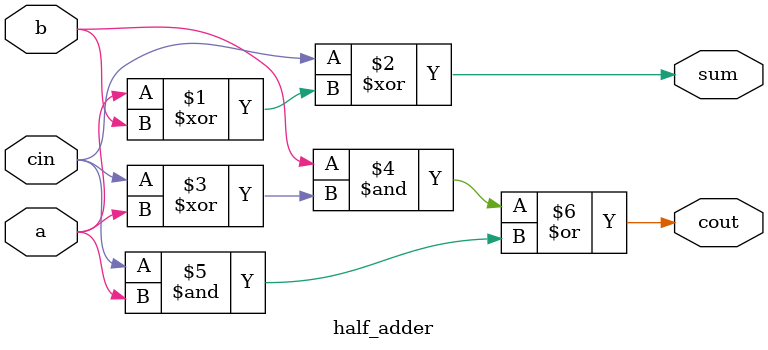
<source format=v>
/* somador de um bit */
module half_adder (
    input wire cin,
    input wire a,
    input wire b,
    output wire sum,
    output wire cout
);

    assign sum = cin ^ (a ^ b);
    assign cout = b & (cin ^ a) | cin & a;

endmodule //half_adder
</source>
